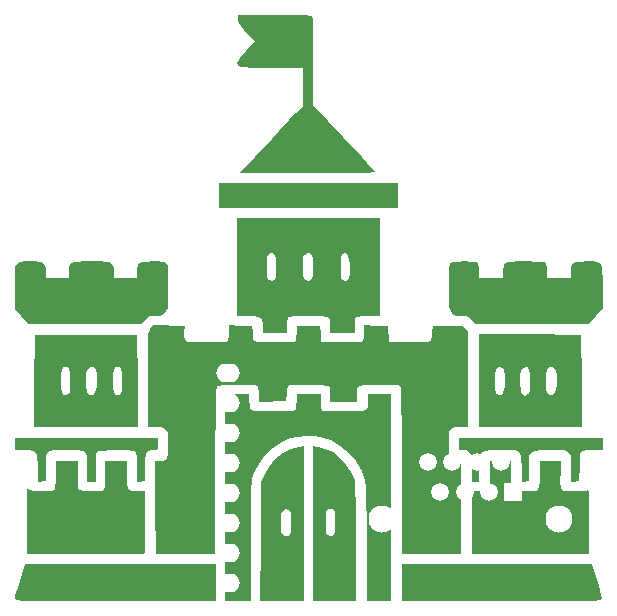
<source format=gbr>
%TF.GenerationSoftware,KiCad,Pcbnew,(6.0.11-0)*%
%TF.CreationDate,2023-03-27T22:19:29-07:00*%
%TF.ProjectId,LED,4c45442e-6b69-4636-9164-5f7063625858,rev?*%
%TF.SameCoordinates,Original*%
%TF.FileFunction,Legend,Bot*%
%TF.FilePolarity,Positive*%
%FSLAX46Y46*%
G04 Gerber Fmt 4.6, Leading zero omitted, Abs format (unit mm)*
G04 Created by KiCad (PCBNEW (6.0.11-0)) date 2023-03-27 22:19:29*
%MOMM*%
%LPD*%
G01*
G04 APERTURE LIST*
%ADD10R,2.000000X2.000000*%
%ADD11O,2.000000X1.600000*%
%ADD12C,2.300000*%
%ADD13R,1.500000X1.500000*%
%ADD14C,1.500000*%
%ADD15C,0.600000*%
%ADD16O,0.900000X2.000000*%
%ADD17O,0.900000X1.700000*%
G04 APERTURE END LIST*
%TO.C,G\u002A\u002A\u002A*%
G36*
X108731460Y-88680186D02*
G01*
X109730048Y-88709500D01*
X109832468Y-90040952D01*
X111508767Y-90069151D01*
X112195708Y-90074608D01*
X112774200Y-90063025D01*
X113149758Y-90032756D01*
X113321853Y-89983827D01*
X113377792Y-89894384D01*
X113448841Y-89635408D01*
X113489103Y-89289902D01*
X113519565Y-88709500D01*
X114789717Y-88680618D01*
X115164423Y-88673001D01*
X115585709Y-88671055D01*
X115869517Y-88685278D01*
X116056281Y-88720944D01*
X116186432Y-88783328D01*
X116300403Y-88877705D01*
X116540936Y-89103674D01*
X116540936Y-97261516D01*
X115919686Y-97261516D01*
X115745257Y-97261960D01*
X115392550Y-97277382D01*
X115155160Y-97338683D01*
X115010260Y-97477655D01*
X114935023Y-97726089D01*
X114906621Y-98115776D01*
X114902226Y-98678507D01*
X114903097Y-98872592D01*
X114920927Y-99451580D01*
X114961651Y-99830005D01*
X115025129Y-100006355D01*
X115045945Y-100023409D01*
X115250468Y-100098684D01*
X115537226Y-100129258D01*
X115926419Y-100129258D01*
X115926419Y-108015548D01*
X110907871Y-108015548D01*
X110907871Y-101044299D01*
X110907804Y-100703833D01*
X110905554Y-99155599D01*
X110900126Y-97803288D01*
X110891537Y-96648170D01*
X110879807Y-95691515D01*
X110864954Y-94934595D01*
X110846997Y-94378680D01*
X110825956Y-94025039D01*
X110801848Y-93874944D01*
X110779585Y-93837863D01*
X110713661Y-93774385D01*
X110597590Y-93730132D01*
X110400436Y-93701677D01*
X110091262Y-93685594D01*
X109639133Y-93678456D01*
X109013113Y-93676839D01*
X108609158Y-93676994D01*
X108048736Y-93683478D01*
X107649937Y-93709245D01*
X107385277Y-93767568D01*
X107227273Y-93871720D01*
X107148440Y-94034974D01*
X107121296Y-94270603D01*
X107118355Y-94591880D01*
X107118355Y-95110710D01*
X104865129Y-95110710D01*
X104865129Y-94516677D01*
X104853987Y-94259100D01*
X104809347Y-93963928D01*
X104742226Y-93799742D01*
X104721249Y-93787239D01*
X104530885Y-93748162D01*
X104191793Y-93716787D01*
X103747521Y-93693649D01*
X103241618Y-93679280D01*
X102717634Y-93674216D01*
X102219117Y-93678990D01*
X101789616Y-93694136D01*
X101472680Y-93720188D01*
X101311858Y-93757680D01*
X101255024Y-93854235D01*
X101194131Y-94107807D01*
X101158229Y-94447443D01*
X101126823Y-95059500D01*
X98822387Y-95117418D01*
X98822387Y-94520032D01*
X98811073Y-94259078D01*
X98766434Y-93963762D01*
X98699484Y-93799742D01*
X98671326Y-93781867D01*
X98463775Y-93733452D01*
X98111144Y-93698483D01*
X97657129Y-93676774D01*
X97145426Y-93668137D01*
X96619732Y-93672386D01*
X96123743Y-93689333D01*
X95701154Y-93718791D01*
X95395664Y-93760574D01*
X95250966Y-93814495D01*
X95245717Y-93823730D01*
X95221256Y-93955948D01*
X95199474Y-94236943D01*
X95180231Y-94673721D01*
X95163391Y-95273291D01*
X95148816Y-96042658D01*
X95136367Y-96988830D01*
X95125907Y-98118814D01*
X95117297Y-99439617D01*
X95110401Y-100958245D01*
X95084081Y-107964339D01*
X90065532Y-107964339D01*
X90038710Y-104046798D01*
X90011889Y-100129258D01*
X90415467Y-100129258D01*
X90644346Y-100118978D01*
X90864491Y-100058513D01*
X91008708Y-99916468D01*
X91092511Y-99662145D01*
X91131415Y-99264848D01*
X91140936Y-98693879D01*
X91140909Y-98649097D01*
X91129747Y-98094574D01*
X91081865Y-97711128D01*
X90973245Y-97467429D01*
X90779864Y-97332147D01*
X90477704Y-97273952D01*
X90042743Y-97261516D01*
X89399806Y-97261516D01*
X89399806Y-93229764D01*
X89399891Y-92595957D01*
X89400837Y-91694250D01*
X89403660Y-90965103D01*
X89409364Y-90388359D01*
X89418954Y-89943860D01*
X89433435Y-89611450D01*
X89453811Y-89370972D01*
X89481087Y-89202270D01*
X89516268Y-89085186D01*
X89560359Y-88999563D01*
X89614364Y-88925246D01*
X89828921Y-88652480D01*
X92517017Y-88709500D01*
X92487392Y-89189067D01*
X92478475Y-89342292D01*
X92476125Y-89618377D01*
X92519491Y-89816714D01*
X92635093Y-89950160D01*
X92849450Y-90031571D01*
X93189085Y-90073803D01*
X93680516Y-90089715D01*
X94350265Y-90092161D01*
X94547069Y-90091777D01*
X95216599Y-90082207D01*
X95696941Y-90059158D01*
X96000329Y-90021789D01*
X96139000Y-89969258D01*
X96190399Y-89862745D01*
X96241944Y-89594098D01*
X96261903Y-89248614D01*
X96261903Y-88650873D01*
X97260492Y-88680186D01*
X98259081Y-88709500D01*
X98269515Y-89236223D01*
X98272839Y-89446337D01*
X98285991Y-89697749D01*
X98333918Y-89873869D01*
X98444952Y-89988041D01*
X98647431Y-90053611D01*
X98969687Y-90083925D01*
X99440056Y-90092326D01*
X100086874Y-90092161D01*
X100623120Y-90089428D01*
X101165500Y-90076674D01*
X101540888Y-90052068D01*
X101770685Y-90014044D01*
X101876294Y-89961032D01*
X101920020Y-89869015D01*
X101980097Y-89607267D01*
X102016859Y-89269702D01*
X102048597Y-88709500D01*
X103994565Y-88709500D01*
X104045774Y-89375226D01*
X104096984Y-90040952D01*
X105773283Y-90069151D01*
X105872551Y-90070724D01*
X106584720Y-90074300D01*
X107102655Y-90060627D01*
X107435207Y-90029271D01*
X107591226Y-89979796D01*
X107627654Y-89936655D01*
X107705840Y-89681661D01*
X107732871Y-89256557D01*
X107732871Y-88650873D01*
X108731460Y-88680186D01*
G37*
G36*
X98915779Y-112009903D02*
G01*
X98945898Y-106965750D01*
X98955795Y-105308169D01*
X100665936Y-105308169D01*
X100666097Y-105351268D01*
X100682383Y-105752157D01*
X100720150Y-106084880D01*
X100771958Y-106281153D01*
X100797322Y-106320749D01*
X101002657Y-106454326D01*
X101261247Y-106461812D01*
X101476885Y-106335757D01*
X101534764Y-106171480D01*
X101567890Y-105815540D01*
X101566240Y-105298100D01*
X101558832Y-105098335D01*
X101534732Y-104726040D01*
X101493398Y-104492842D01*
X101423465Y-104351875D01*
X101313564Y-104256271D01*
X101192287Y-104185425D01*
X101049016Y-104180595D01*
X100878282Y-104320944D01*
X100786140Y-104432569D01*
X100711357Y-104613147D01*
X100675290Y-104886409D01*
X100665936Y-105308169D01*
X98955795Y-105308169D01*
X98976016Y-101921597D01*
X99303055Y-101231213D01*
X99655662Y-100627388D01*
X100190157Y-99998036D01*
X100818393Y-99485483D01*
X101503633Y-99118855D01*
X102209139Y-98927277D01*
X102611903Y-98873255D01*
X102611903Y-112009903D01*
X98915779Y-112009903D01*
G37*
G36*
X101881289Y-62356955D02*
G01*
X102477830Y-62367289D01*
X102904063Y-62386020D01*
X103171306Y-62413462D01*
X103290879Y-62449932D01*
X103299216Y-62458154D01*
X103335640Y-62536883D01*
X103365032Y-62692728D01*
X103388062Y-62943934D01*
X103405401Y-63308743D01*
X103417719Y-63805401D01*
X103425688Y-64452151D01*
X103429977Y-65267238D01*
X103431258Y-66268907D01*
X103431258Y-69971378D01*
X105966137Y-72690523D01*
X106526517Y-73292156D01*
X107075361Y-73882465D01*
X107567953Y-74413354D01*
X107987582Y-74866767D01*
X108317538Y-75224644D01*
X108541108Y-75468927D01*
X108641581Y-75581560D01*
X108646975Y-75588472D01*
X108661341Y-75624060D01*
X108637396Y-75654150D01*
X108560000Y-75679201D01*
X108414015Y-75699670D01*
X108184301Y-75716016D01*
X107855721Y-75728696D01*
X107413135Y-75738169D01*
X106841405Y-75744892D01*
X106125392Y-75749324D01*
X105249957Y-75751922D01*
X104199961Y-75753146D01*
X102960266Y-75753452D01*
X97138385Y-75753452D01*
X97755320Y-75113331D01*
X97794330Y-75072756D01*
X98077283Y-74775504D01*
X98461266Y-74368754D01*
X98914044Y-73886803D01*
X99403382Y-73363952D01*
X99897044Y-72834500D01*
X100000898Y-72722929D01*
X100489085Y-72199494D01*
X100960720Y-71695346D01*
X101385106Y-71243200D01*
X101731549Y-70875774D01*
X101969353Y-70625781D01*
X102516872Y-70055772D01*
X102524177Y-68474975D01*
X102531482Y-66894177D01*
X99891553Y-66866809D01*
X99875043Y-66866636D01*
X98933186Y-66852197D01*
X98183011Y-66830773D01*
X97627784Y-66802529D01*
X97270770Y-66767631D01*
X97115232Y-66726244D01*
X97022433Y-66617655D01*
X96994110Y-66429840D01*
X97092250Y-66178634D01*
X97326996Y-65841271D01*
X97708495Y-65394986D01*
X98438151Y-64585594D01*
X97701547Y-63769817D01*
X97565966Y-63618405D01*
X97270612Y-63270891D01*
X97092090Y-63020038D01*
X97008388Y-62831488D01*
X96997496Y-62670883D01*
X97030048Y-62387726D01*
X100090274Y-62360577D01*
X100132006Y-62360211D01*
X101103120Y-62354701D01*
X101881289Y-62356955D01*
G37*
G36*
X110600613Y-78723613D02*
G01*
X95442548Y-78723613D01*
X95442548Y-76572806D01*
X110600613Y-76572806D01*
X110600613Y-78723613D01*
G37*
G36*
X121703579Y-83230950D02*
G01*
X122198152Y-83244967D01*
X122621192Y-83270124D01*
X122928353Y-83306198D01*
X123075290Y-83352968D01*
X123126277Y-83457807D01*
X123178111Y-83725404D01*
X123198194Y-84069903D01*
X123198194Y-84663936D01*
X125246581Y-84663936D01*
X125246581Y-84053023D01*
X125255561Y-83757460D01*
X125307184Y-83514669D01*
X125433950Y-83360382D01*
X125668232Y-83274751D01*
X126042404Y-83237928D01*
X126588839Y-83230065D01*
X126687360Y-83229959D01*
X127103873Y-83232539D01*
X127413176Y-83259227D01*
X127631182Y-83335837D01*
X127773801Y-83488180D01*
X127856945Y-83742070D01*
X127896525Y-84123318D01*
X127908453Y-84657737D01*
X127908640Y-85371140D01*
X127907796Y-87173210D01*
X127319728Y-87862039D01*
X126731661Y-88550869D01*
X121963648Y-88553370D01*
X117195634Y-88555871D01*
X116848194Y-88197403D01*
X116751751Y-88100624D01*
X116535460Y-87929883D01*
X116303461Y-87855333D01*
X115961683Y-87838936D01*
X115904424Y-87838681D01*
X115576823Y-87814758D01*
X115357373Y-87731097D01*
X115162419Y-87558329D01*
X115119791Y-87511916D01*
X115039507Y-87411538D01*
X114981891Y-87295496D01*
X114943184Y-87132260D01*
X114919624Y-86890301D01*
X114907451Y-86538090D01*
X114902905Y-86044098D01*
X114902226Y-85376797D01*
X114904558Y-84838531D01*
X114916865Y-84209373D01*
X114940498Y-83761366D01*
X114976303Y-83480550D01*
X115025129Y-83352968D01*
X115035845Y-83343900D01*
X115235237Y-83281672D01*
X115622219Y-83243220D01*
X116182468Y-83230065D01*
X116258984Y-83230260D01*
X116799032Y-83246557D01*
X117164081Y-83287967D01*
X117339806Y-83352968D01*
X117390793Y-83457807D01*
X117442627Y-83725404D01*
X117462710Y-84069903D01*
X117462710Y-84663936D01*
X119511097Y-84663936D01*
X119511097Y-84053023D01*
X119512010Y-83928926D01*
X119533228Y-83615915D01*
X119593943Y-83436452D01*
X119709202Y-83336087D01*
X119709848Y-83335744D01*
X119896890Y-83290727D01*
X120234130Y-83257961D01*
X120677222Y-83237225D01*
X121181821Y-83228295D01*
X121703579Y-83230950D01*
G37*
G36*
X107014694Y-107179086D02*
G01*
X107024478Y-108151944D01*
X107033737Y-109039660D01*
X107041873Y-109782388D01*
X107067145Y-112010115D01*
X105249202Y-112010009D01*
X103431258Y-112009903D01*
X103431258Y-105284555D01*
X104455452Y-105284555D01*
X104455479Y-105310227D01*
X104470834Y-105825251D01*
X104512651Y-106181443D01*
X104578355Y-106356355D01*
X104650076Y-106410928D01*
X104865129Y-106479258D01*
X104989395Y-106464403D01*
X105129716Y-106369780D01*
X105217190Y-106161627D01*
X105262119Y-105809899D01*
X105274806Y-105284555D01*
X105273271Y-104983724D01*
X105260608Y-104635013D01*
X105228072Y-104421272D01*
X105167310Y-104299335D01*
X105069968Y-104226032D01*
X104922193Y-104172435D01*
X104660290Y-104226032D01*
X104595527Y-104267805D01*
X104521714Y-104365972D01*
X104479332Y-104539373D01*
X104460030Y-104831179D01*
X104455452Y-105284555D01*
X103431258Y-105284555D01*
X103431258Y-98873255D01*
X103822402Y-98925718D01*
X104387857Y-99072346D01*
X105042713Y-99400728D01*
X105664082Y-99869718D01*
X106210748Y-100447496D01*
X106641497Y-101102242D01*
X106964726Y-101716758D01*
X106990663Y-104635710D01*
X106995927Y-105217318D01*
X106996559Y-105284555D01*
X107004978Y-106180929D01*
X107014694Y-107179086D01*
G37*
G36*
X88563984Y-95013307D02*
G01*
X88564171Y-95723111D01*
X88562152Y-96320874D01*
X88557999Y-96783398D01*
X88551788Y-97087487D01*
X88543591Y-97209943D01*
X88495162Y-97228073D01*
X88253740Y-97252032D01*
X87813499Y-97270282D01*
X87178075Y-97282761D01*
X86351105Y-97289408D01*
X85336225Y-97290160D01*
X84137072Y-97284955D01*
X79769957Y-97257184D01*
X79795142Y-93580536D01*
X82025510Y-93580536D01*
X82048088Y-93983516D01*
X82104016Y-94298493D01*
X82194818Y-94469039D01*
X82310588Y-94544880D01*
X82435290Y-94598613D01*
X82506074Y-94573933D01*
X82675762Y-94469039D01*
X82692825Y-94453645D01*
X82777902Y-94255994D01*
X82828349Y-93923011D01*
X82845692Y-93511124D01*
X82840772Y-93361023D01*
X84176419Y-93361023D01*
X84176424Y-93375566D01*
X84178787Y-93511124D01*
X84184311Y-93827959D01*
X84212737Y-94123451D01*
X84269830Y-94308386D01*
X84363718Y-94429110D01*
X84366420Y-94431548D01*
X84619993Y-94582150D01*
X84823656Y-94538913D01*
X84973711Y-94307509D01*
X85066456Y-93893614D01*
X85083277Y-93580536D01*
X86429542Y-93580536D01*
X86452120Y-93983516D01*
X86508048Y-94298493D01*
X86598851Y-94469039D01*
X86741955Y-94560935D01*
X86907875Y-94577146D01*
X87091633Y-94434091D01*
X87178302Y-94242242D01*
X87229650Y-93913499D01*
X87247334Y-93504741D01*
X87233210Y-93072647D01*
X87189134Y-92673899D01*
X87116965Y-92365173D01*
X87018556Y-92203151D01*
X86880958Y-92145224D01*
X86660089Y-92203151D01*
X86642230Y-92217199D01*
X86546658Y-92407885D01*
X86478337Y-92736290D01*
X86438790Y-93145984D01*
X86435451Y-93302898D01*
X86429542Y-93580536D01*
X85083277Y-93580536D01*
X85098194Y-93302898D01*
X85098135Y-93270860D01*
X85071895Y-92743988D01*
X84992046Y-92394361D01*
X84850035Y-92200406D01*
X84637306Y-92140548D01*
X84576228Y-92144077D01*
X84387981Y-92228794D01*
X84264522Y-92444168D01*
X84196964Y-92813733D01*
X84176419Y-93361023D01*
X82840772Y-93361023D01*
X82831456Y-93076765D01*
X82787166Y-92676362D01*
X82714347Y-92366348D01*
X82614524Y-92203151D01*
X82476926Y-92145224D01*
X82256056Y-92203151D01*
X82238198Y-92217199D01*
X82142626Y-92407885D01*
X82074304Y-92736290D01*
X82034757Y-93145984D01*
X82025510Y-93580536D01*
X79795142Y-93580536D01*
X79823597Y-89426436D01*
X88529242Y-89426436D01*
X88556119Y-93266798D01*
X88556694Y-93350364D01*
X88557555Y-93504741D01*
X88561516Y-94214659D01*
X88563984Y-95013307D01*
G37*
G36*
X126144597Y-93350364D02*
G01*
X126149419Y-94214659D01*
X126151887Y-95013307D01*
X126152075Y-95723111D01*
X126150055Y-96320874D01*
X126145903Y-96783398D01*
X126139692Y-97087487D01*
X126131495Y-97209943D01*
X126088290Y-97227128D01*
X125854562Y-97251405D01*
X125421989Y-97269909D01*
X124794279Y-97282578D01*
X123975140Y-97289348D01*
X122968278Y-97290154D01*
X121777400Y-97284934D01*
X117462710Y-97257142D01*
X117462710Y-93378518D01*
X118794161Y-93378518D01*
X118796268Y-93739419D01*
X118809664Y-94086296D01*
X118841896Y-94299901D01*
X118900315Y-94421557D01*
X118992267Y-94492590D01*
X119169091Y-94577315D01*
X119299771Y-94570279D01*
X119452571Y-94437668D01*
X119517404Y-94342827D01*
X119574479Y-94137888D01*
X119604677Y-93806134D01*
X119613516Y-93308860D01*
X120944968Y-93308860D01*
X120949958Y-93703730D01*
X120974546Y-94071545D01*
X121024691Y-94303289D01*
X121105912Y-94437668D01*
X121225168Y-94544011D01*
X121375847Y-94583439D01*
X121585089Y-94487990D01*
X121628085Y-94457385D01*
X121697421Y-94353547D01*
X121738914Y-94165685D01*
X121759052Y-93853585D01*
X121764323Y-93377032D01*
X121764255Y-93361023D01*
X123095774Y-93361023D01*
X123095779Y-93375566D01*
X123095805Y-93377032D01*
X123103665Y-93827959D01*
X123132092Y-94123451D01*
X123189185Y-94308386D01*
X123283073Y-94429110D01*
X123452356Y-94555473D01*
X123644653Y-94574375D01*
X123848046Y-94411314D01*
X123889621Y-94347488D01*
X123970571Y-94074644D01*
X124017278Y-93691266D01*
X124029489Y-93259807D01*
X124006948Y-92842723D01*
X123949405Y-92502466D01*
X123856604Y-92301493D01*
X123736599Y-92207704D01*
X123556661Y-92140548D01*
X123495582Y-92144077D01*
X123307336Y-92228794D01*
X123183877Y-92444168D01*
X123116319Y-92813733D01*
X123095774Y-93361023D01*
X121764255Y-93361023D01*
X121763721Y-93236021D01*
X121743571Y-92720229D01*
X121687240Y-92382276D01*
X121584410Y-92201189D01*
X121424763Y-92155993D01*
X121197983Y-92225714D01*
X121184144Y-92232069D01*
X121071090Y-92297360D01*
X121000752Y-92394420D01*
X120963023Y-92566515D01*
X120947797Y-92856906D01*
X120944968Y-93308860D01*
X119613516Y-93308860D01*
X119613503Y-93255913D01*
X119609901Y-92821807D01*
X119592906Y-92544999D01*
X119552411Y-92382223D01*
X119478312Y-92290216D01*
X119360501Y-92225714D01*
X119302666Y-92200919D01*
X119092111Y-92155383D01*
X118946293Y-92229389D01*
X118854902Y-92443923D01*
X118807628Y-92819970D01*
X118794161Y-93378518D01*
X117462710Y-93378518D01*
X117462710Y-89373003D01*
X121789927Y-89399719D01*
X126117145Y-89426436D01*
X126143973Y-93259807D01*
X126144022Y-93266798D01*
X126144597Y-93350364D01*
G37*
G36*
X124344267Y-101242203D02*
G01*
X124336607Y-101532560D01*
X124338312Y-102017089D01*
X124386905Y-102343049D01*
X124509472Y-102541868D01*
X124733099Y-102644971D01*
X125084873Y-102683787D01*
X125591880Y-102689742D01*
X125615495Y-102689718D01*
X126129333Y-102674407D01*
X126485101Y-102632572D01*
X126659968Y-102566839D01*
X126690708Y-102562864D01*
X126722137Y-102651092D01*
X126746093Y-102859163D01*
X126763360Y-103204070D01*
X126774722Y-103702808D01*
X126780965Y-104372367D01*
X126782871Y-105229742D01*
X126782871Y-108015548D01*
X116848194Y-108015548D01*
X116848194Y-102689742D01*
X117510316Y-102689742D01*
X117628731Y-102689152D01*
X117936097Y-102670381D01*
X118146439Y-102601969D01*
X118278103Y-102452890D01*
X118349434Y-102192119D01*
X118378779Y-101788629D01*
X118384484Y-101211395D01*
X118384484Y-100129258D01*
X120125613Y-100129258D01*
X120125613Y-101248555D01*
X120126178Y-101542260D01*
X120141112Y-102024239D01*
X120197550Y-102347890D01*
X120323209Y-102544739D01*
X120545807Y-102646314D01*
X120893060Y-102684139D01*
X121392687Y-102689742D01*
X121416302Y-102689718D01*
X121930140Y-102674407D01*
X122285907Y-102632572D01*
X122460774Y-102566839D01*
X122477635Y-102543896D01*
X122536247Y-102321035D01*
X122571745Y-101900369D01*
X122583677Y-101286597D01*
X122583677Y-100129258D01*
X123479847Y-100129049D01*
X124376016Y-100128841D01*
X124344267Y-101242203D01*
G37*
G36*
X127436305Y-110230514D02*
G01*
X127567581Y-110630325D01*
X127716570Y-111119688D01*
X127800853Y-111462699D01*
X127826638Y-111686445D01*
X127800134Y-111818014D01*
X127797752Y-111822355D01*
X127771788Y-111856269D01*
X127725846Y-111885831D01*
X127646721Y-111911342D01*
X127521211Y-111933097D01*
X127336110Y-111951397D01*
X127078214Y-111966539D01*
X126734319Y-111978820D01*
X126291219Y-111988541D01*
X125735712Y-111995997D01*
X125054593Y-112001489D01*
X124234656Y-112005313D01*
X123262698Y-112007769D01*
X122125515Y-112009153D01*
X120809902Y-112009765D01*
X119302655Y-112009903D01*
X110907871Y-112009903D01*
X110907871Y-108834903D01*
X126969781Y-108834903D01*
X127436305Y-110230514D01*
G37*
G36*
X127909484Y-99207484D02*
G01*
X127134606Y-99207484D01*
X126948725Y-99207680D01*
X126532420Y-99220243D01*
X126253842Y-99275921D01*
X126085328Y-99407059D01*
X125999212Y-99646002D01*
X125967829Y-100025094D01*
X125963516Y-100576679D01*
X125959054Y-100991570D01*
X125944594Y-101393138D01*
X125922504Y-101678003D01*
X125895237Y-101802108D01*
X125771335Y-101848452D01*
X125536769Y-101870387D01*
X125246581Y-101870387D01*
X125246581Y-100726234D01*
X125246748Y-100491081D01*
X125239500Y-100002703D01*
X125198499Y-99657058D01*
X125095243Y-99429509D01*
X124901226Y-99295415D01*
X124587946Y-99230139D01*
X124126897Y-99209041D01*
X123489578Y-99207484D01*
X123191686Y-99207635D01*
X122613910Y-99216892D01*
X122202019Y-99257134D01*
X121928564Y-99351237D01*
X121766095Y-99522077D01*
X121687164Y-99792528D01*
X121664320Y-100185468D01*
X121670113Y-100723770D01*
X121689525Y-101819177D01*
X121047387Y-101883365D01*
X121047387Y-100732723D01*
X121047528Y-100527025D01*
X121041084Y-100025529D01*
X121002021Y-99670423D01*
X120901647Y-99436470D01*
X120711268Y-99298435D01*
X120402192Y-99231083D01*
X119945724Y-99209178D01*
X119313173Y-99207484D01*
X118936358Y-99207517D01*
X118378630Y-99216580D01*
X117982959Y-99256294D01*
X117721554Y-99349052D01*
X117566619Y-99517246D01*
X117490363Y-99783269D01*
X117464991Y-100169513D01*
X117462710Y-100698372D01*
X117462710Y-101870387D01*
X116848194Y-101870387D01*
X116848194Y-100743774D01*
X116843711Y-100366091D01*
X116809802Y-99873667D01*
X116730605Y-99539841D01*
X116591996Y-99336367D01*
X116379852Y-99234997D01*
X116080048Y-99207484D01*
X115721581Y-99207484D01*
X115721581Y-98183290D01*
X127909484Y-98183290D01*
X127909484Y-99207484D01*
G37*
G36*
X95135290Y-112009903D02*
G01*
X86749444Y-112009903D01*
X85269198Y-112009624D01*
X83939245Y-112008595D01*
X82788427Y-112006569D01*
X81803725Y-112003295D01*
X80972118Y-111998528D01*
X80280587Y-111992017D01*
X79716113Y-111983514D01*
X79265675Y-111972772D01*
X78916254Y-111959542D01*
X78654831Y-111943576D01*
X78468385Y-111924624D01*
X78343896Y-111902440D01*
X78268346Y-111876774D01*
X78228714Y-111847379D01*
X78205835Y-111814174D01*
X78176352Y-111704016D01*
X78190022Y-111527680D01*
X78253474Y-111253554D01*
X78373338Y-110850026D01*
X78556241Y-110285484D01*
X79018651Y-108886113D01*
X87076971Y-108859888D01*
X95135290Y-108833662D01*
X95135290Y-112009903D01*
G37*
G36*
X108111823Y-87838936D02*
G01*
X108084141Y-87838967D01*
X107567975Y-87854364D01*
X107211375Y-87896163D01*
X107036419Y-87961839D01*
X106985433Y-88066678D01*
X106933599Y-88334275D01*
X106913516Y-88678774D01*
X106913516Y-89272806D01*
X104865129Y-89272806D01*
X104865129Y-88661894D01*
X104864216Y-88537797D01*
X104842998Y-88224786D01*
X104782282Y-88045323D01*
X104667024Y-87944958D01*
X104666377Y-87944615D01*
X104479336Y-87899598D01*
X104142096Y-87866832D01*
X103699004Y-87846096D01*
X103194405Y-87837166D01*
X102672647Y-87839821D01*
X102178074Y-87853838D01*
X101755034Y-87878995D01*
X101447873Y-87915069D01*
X101300936Y-87961839D01*
X101249949Y-88066678D01*
X101198115Y-88334275D01*
X101178032Y-88678774D01*
X101178032Y-89272806D01*
X99129645Y-89272806D01*
X99129645Y-88716816D01*
X99127044Y-88541320D01*
X99089442Y-88225350D01*
X98980764Y-88020793D01*
X98767741Y-87903983D01*
X98417103Y-87851253D01*
X97895582Y-87838936D01*
X96983408Y-87838936D01*
X96956022Y-83807533D01*
X99458531Y-83807533D01*
X99463156Y-83935886D01*
X99486697Y-84333316D01*
X99526626Y-84583997D01*
X99593867Y-84734341D01*
X99699343Y-84830763D01*
X99715307Y-84841190D01*
X99907639Y-84917644D01*
X100079670Y-84842905D01*
X100157668Y-84748321D01*
X100215459Y-84560375D01*
X100249263Y-84247093D01*
X100265953Y-83768850D01*
X100266197Y-83656474D01*
X102505439Y-83656474D01*
X102510970Y-84072221D01*
X102547086Y-84431101D01*
X102615507Y-84670669D01*
X102624342Y-84686052D01*
X102817654Y-84834791D01*
X103077768Y-84858216D01*
X103308355Y-84745871D01*
X103342832Y-84681575D01*
X103392691Y-84435478D01*
X103422094Y-84076822D01*
X103430047Y-83689622D01*
X105735694Y-83689622D01*
X105738059Y-84069132D01*
X105752275Y-84407898D01*
X105786481Y-84618846D01*
X105848693Y-84745257D01*
X105946924Y-84830412D01*
X105967264Y-84843680D01*
X106158410Y-84917884D01*
X106334995Y-84841355D01*
X106352090Y-84825918D01*
X106437007Y-84628277D01*
X106487313Y-84295315D01*
X106504544Y-83883461D01*
X106490234Y-83449147D01*
X106445916Y-83048801D01*
X106373125Y-82738852D01*
X106273395Y-82575732D01*
X106135530Y-82517774D01*
X105914927Y-82576025D01*
X105875649Y-82605432D01*
X105804604Y-82711783D01*
X105761959Y-82900831D01*
X105741169Y-83213227D01*
X105735973Y-83665336D01*
X105735694Y-83689622D01*
X103430047Y-83689622D01*
X103430546Y-83665336D01*
X103417550Y-83260755D01*
X103382612Y-82922811D01*
X103325235Y-82711235D01*
X103163792Y-82553648D01*
X102918845Y-82530542D01*
X102670429Y-82674074D01*
X102655185Y-82692519D01*
X102579264Y-82904176D01*
X102528776Y-83246310D01*
X102520394Y-83393632D01*
X102505439Y-83656474D01*
X100266197Y-83656474D01*
X100266767Y-83393632D01*
X100237354Y-82966546D01*
X100162376Y-82696041D01*
X100032312Y-82554205D01*
X99837643Y-82513129D01*
X99794198Y-82515668D01*
X99622132Y-82605614D01*
X99512539Y-82838247D01*
X99459860Y-83232557D01*
X99458531Y-83807533D01*
X96956022Y-83807533D01*
X96955519Y-83733555D01*
X96953487Y-83415663D01*
X96949265Y-82539459D01*
X96947382Y-81736343D01*
X96947759Y-81028271D01*
X96950318Y-80437201D01*
X96954980Y-79985089D01*
X96961668Y-79693894D01*
X96970304Y-79585571D01*
X97059126Y-79578574D01*
X97336278Y-79571264D01*
X97783890Y-79564517D01*
X98383917Y-79558460D01*
X99118311Y-79553221D01*
X99969028Y-79548925D01*
X100918020Y-79545700D01*
X101947243Y-79543672D01*
X103038651Y-79542968D01*
X109064323Y-79542968D01*
X109064323Y-87838936D01*
X108111823Y-87838936D01*
G37*
G36*
X79503798Y-83230065D02*
G01*
X79893583Y-83232595D01*
X80218476Y-83247526D01*
X80420648Y-83283983D01*
X80545178Y-83351021D01*
X80637144Y-83457692D01*
X80672873Y-83520228D01*
X80761794Y-83814262D01*
X80796581Y-84174628D01*
X80796581Y-84663936D01*
X82742548Y-84663936D01*
X82742548Y-84107945D01*
X82742721Y-84031943D01*
X82754726Y-83741221D01*
X82805591Y-83530882D01*
X82922978Y-83387930D01*
X83134547Y-83299369D01*
X83467959Y-83252202D01*
X83950874Y-83233433D01*
X84610953Y-83230065D01*
X84769072Y-83230171D01*
X85400195Y-83236640D01*
X85859510Y-83262216D01*
X86174248Y-83319466D01*
X86371640Y-83420954D01*
X86478919Y-83579246D01*
X86523317Y-83806907D01*
X86532065Y-84116503D01*
X86532065Y-84663936D01*
X88478032Y-84663936D01*
X88478032Y-84107945D01*
X88485374Y-83831782D01*
X88535097Y-83558374D01*
X88660070Y-83382794D01*
X88892592Y-83283747D01*
X89264964Y-83239936D01*
X89809484Y-83230065D01*
X90270560Y-83236451D01*
X90626212Y-83261860D01*
X90849947Y-83311627D01*
X90979991Y-83391009D01*
X91035105Y-83471512D01*
X91079449Y-83617396D01*
X91109863Y-83852271D01*
X91128687Y-84205085D01*
X91138264Y-84704787D01*
X91140936Y-85380328D01*
X91140916Y-85576211D01*
X91139401Y-86179321D01*
X91132541Y-86619365D01*
X91116271Y-86929207D01*
X91086525Y-87141710D01*
X91039239Y-87289737D01*
X90970346Y-87406152D01*
X90875783Y-87523819D01*
X90778257Y-87633561D01*
X90605980Y-87767470D01*
X90386759Y-87826022D01*
X90041956Y-87838936D01*
X89818243Y-87842659D01*
X89555077Y-87879960D01*
X89362035Y-87985167D01*
X89154891Y-88191780D01*
X88836500Y-88544624D01*
X84060903Y-88550248D01*
X79285305Y-88555871D01*
X78133677Y-87244149D01*
X78133677Y-85343130D01*
X78133320Y-85066033D01*
X78133732Y-84424383D01*
X78149412Y-83952249D01*
X78197140Y-83623752D01*
X78293696Y-83413014D01*
X78455859Y-83294155D01*
X78700411Y-83241297D01*
X79044130Y-83228559D01*
X79503798Y-83230065D01*
G37*
G36*
X83459484Y-101286597D02*
G01*
X83460130Y-101446011D01*
X83477572Y-102015384D01*
X83518475Y-102390559D01*
X83582387Y-102566839D01*
X83719594Y-102622862D01*
X84015182Y-102666288D01*
X84402961Y-102688609D01*
X84823742Y-102689825D01*
X85218339Y-102669935D01*
X85527563Y-102628939D01*
X85692226Y-102566839D01*
X85709086Y-102543896D01*
X85767698Y-102321035D01*
X85803196Y-101900369D01*
X85815129Y-101286597D01*
X85815129Y-100129258D01*
X87658677Y-100129258D01*
X87658677Y-101286597D01*
X87659323Y-101446011D01*
X87676766Y-102015384D01*
X87717669Y-102390559D01*
X87781581Y-102566839D01*
X87897586Y-102620829D01*
X88178956Y-102670792D01*
X88549726Y-102689742D01*
X89194968Y-102689742D01*
X89194968Y-105284366D01*
X89193140Y-105877735D01*
X89186501Y-106532186D01*
X89175706Y-107094683D01*
X89161487Y-107537004D01*
X89144579Y-107830930D01*
X89125716Y-107948242D01*
X89124902Y-107948859D01*
X89003170Y-107962080D01*
X88697633Y-107973370D01*
X88228438Y-107982557D01*
X87615733Y-107989469D01*
X86879666Y-107993933D01*
X86040385Y-107995777D01*
X85118038Y-107994829D01*
X84132772Y-107990916D01*
X79209081Y-107964339D01*
X79181798Y-105156019D01*
X79175452Y-104475107D01*
X79170743Y-103794675D01*
X79170791Y-103281010D01*
X79176892Y-102912996D01*
X79190340Y-102669522D01*
X79212429Y-102529471D01*
X79244455Y-102471730D01*
X79287711Y-102475185D01*
X79343492Y-102518721D01*
X79461613Y-102579129D01*
X79758165Y-102644957D01*
X80151205Y-102685418D01*
X80580972Y-102699174D01*
X80987706Y-102684888D01*
X81311646Y-102641222D01*
X81493032Y-102566839D01*
X81509893Y-102543896D01*
X81568505Y-102321035D01*
X81604003Y-101900369D01*
X81615936Y-101286597D01*
X81615936Y-100129258D01*
X83459484Y-100129258D01*
X83459484Y-101286597D01*
G37*
G36*
X98003032Y-95090226D02*
G01*
X98014174Y-95347803D01*
X98058815Y-95642976D01*
X98125936Y-95807161D01*
X98217413Y-95843302D01*
X98489363Y-95883028D01*
X98892971Y-95911819D01*
X99386210Y-95929674D01*
X99927055Y-95936594D01*
X100473481Y-95932579D01*
X100983463Y-95917628D01*
X101414974Y-95891741D01*
X101725990Y-95854919D01*
X101874484Y-95807161D01*
X101925471Y-95702323D01*
X101977305Y-95434725D01*
X101997387Y-95090226D01*
X101997387Y-94496194D01*
X104045774Y-94496194D01*
X104045774Y-95150962D01*
X104046025Y-95219100D01*
X104063150Y-95577075D01*
X104113920Y-95779410D01*
X104207780Y-95867897D01*
X104300091Y-95883105D01*
X104577639Y-95901793D01*
X104995073Y-95916674D01*
X105514727Y-95926510D01*
X106098934Y-95930065D01*
X106581233Y-95929800D01*
X107131182Y-95922409D01*
X107522037Y-95895250D01*
X107780948Y-95835526D01*
X107935063Y-95730439D01*
X108011533Y-95567191D01*
X108037505Y-95332985D01*
X108040129Y-95015024D01*
X108040129Y-94496194D01*
X109986097Y-94496194D01*
X109986097Y-112009903D01*
X107937710Y-112009903D01*
X107937710Y-107261382D01*
X107937410Y-106858134D01*
X107933486Y-105782949D01*
X107925302Y-104802376D01*
X107913221Y-103934785D01*
X107897605Y-103198545D01*
X107878816Y-102612026D01*
X107857217Y-102193596D01*
X107833170Y-101961625D01*
X107813329Y-101863256D01*
X107522374Y-100972082D01*
X107058646Y-100151571D01*
X106446996Y-99426735D01*
X105712273Y-98822586D01*
X104879328Y-98364136D01*
X103973012Y-98076397D01*
X103509456Y-98014473D01*
X102802700Y-98006147D01*
X102078590Y-98076965D01*
X101432497Y-98221480D01*
X100732653Y-98523952D01*
X100008452Y-99012097D01*
X99351652Y-99632526D01*
X98801517Y-100347741D01*
X98397308Y-101120244D01*
X98383440Y-101154675D01*
X98331447Y-101289188D01*
X98287946Y-101423654D01*
X98252061Y-101576697D01*
X98222918Y-101766943D01*
X98199642Y-102013018D01*
X98181357Y-102333549D01*
X98167189Y-102747160D01*
X98156261Y-103272478D01*
X98147699Y-103928128D01*
X98140628Y-104732736D01*
X98134172Y-105704929D01*
X98127456Y-106863331D01*
X98098251Y-112009903D01*
X95954645Y-112009903D01*
X95954645Y-94496194D01*
X98003032Y-94496194D01*
X98003032Y-95090226D01*
G37*
G36*
X90270371Y-98695387D02*
G01*
X90266482Y-98968503D01*
X90231963Y-99136530D01*
X90131751Y-99198560D01*
X89930775Y-99207484D01*
X89645673Y-99218265D01*
X89437404Y-99273190D01*
X89305454Y-99404384D01*
X89232569Y-99643957D01*
X89201492Y-100024018D01*
X89194968Y-100576679D01*
X89190506Y-100991570D01*
X89176046Y-101393138D01*
X89153955Y-101678003D01*
X89126688Y-101802108D01*
X89002787Y-101848452D01*
X88768220Y-101870387D01*
X88478032Y-101870387D01*
X88478032Y-100644958D01*
X88477743Y-100438954D01*
X88472092Y-99978157D01*
X88454985Y-99672179D01*
X88420922Y-99484055D01*
X88364402Y-99376819D01*
X88279927Y-99313507D01*
X88266755Y-99307578D01*
X88067772Y-99268489D01*
X87716053Y-99236687D01*
X87257222Y-99215307D01*
X86736903Y-99207484D01*
X86661388Y-99207649D01*
X86146988Y-99217577D01*
X85700520Y-99240620D01*
X85367609Y-99273641D01*
X85193880Y-99313507D01*
X85160602Y-99333105D01*
X85086597Y-99407667D01*
X85038612Y-99539168D01*
X85011147Y-99764574D01*
X84998701Y-100120849D01*
X84995774Y-100644958D01*
X84995774Y-101870387D01*
X84278839Y-101870387D01*
X84278839Y-100699880D01*
X84278083Y-100477888D01*
X84267115Y-100003996D01*
X84239671Y-99685196D01*
X84191386Y-99485377D01*
X84117894Y-99368429D01*
X84015950Y-99302186D01*
X83840595Y-99255654D01*
X83559893Y-99226626D01*
X83140725Y-99211703D01*
X82549969Y-99207484D01*
X82039571Y-99212083D01*
X81502207Y-99234029D01*
X81150002Y-99274873D01*
X80971965Y-99335508D01*
X80923761Y-99383004D01*
X80860746Y-99516621D01*
X80818301Y-99746843D01*
X80790934Y-100109732D01*
X80773155Y-100641355D01*
X80745371Y-101819177D01*
X80079645Y-101883365D01*
X80079645Y-100706369D01*
X80078740Y-100373748D01*
X80062994Y-99888633D01*
X80009182Y-99561015D01*
X79893925Y-99359993D01*
X79693847Y-99254664D01*
X79385570Y-99214129D01*
X78945717Y-99207484D01*
X78133677Y-99207484D01*
X78133677Y-98183290D01*
X90270371Y-98183290D01*
X90270371Y-98695387D01*
G37*
%TD*%
%LPC*%
D10*
%TO.C,U2*%
X73373000Y-92710000D03*
D11*
X73373000Y-95250000D03*
X73373000Y-97790000D03*
X73373000Y-100330000D03*
X73373000Y-102870000D03*
X73373000Y-105410000D03*
X73373000Y-107950000D03*
X73373000Y-110490000D03*
X96233000Y-110490000D03*
X96233000Y-107950000D03*
X96233000Y-105410000D03*
X96233000Y-102870000D03*
X96233000Y-100330000D03*
X96233000Y-97790000D03*
X96233000Y-95250000D03*
X96233000Y-92710000D03*
%TD*%
D12*
%TO.C,J2*%
X124229829Y-105013169D03*
X109229829Y-105013169D03*
D13*
X120299829Y-102713169D03*
D14*
X119279829Y-100173169D03*
X118259829Y-102713169D03*
X117239829Y-100173169D03*
X116219829Y-102713169D03*
X115199829Y-100173169D03*
X114179829Y-102713169D03*
X113159829Y-100173169D03*
%TD*%
D15*
%TO.C,J1*%
X73310000Y-66220000D03*
X79090000Y-66220000D03*
D16*
X71880000Y-66700000D03*
D17*
X80520000Y-62530000D03*
D16*
X80520000Y-66700000D03*
D17*
X71880000Y-62530000D03*
%TD*%
M02*

</source>
